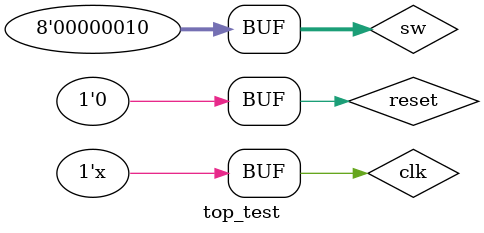
<source format=v>
`timescale 1ns / 1ps

module top_test;

	// Inputs
	reg clk;
	reg reset;
	reg [7:0] sw;

	// Outputs
	wire [7:0] leds;

	// Instantiate the Unit Under Test (UUT)
	gppm_top uut (
		.clk(clk), 
		.reset(reset), 
		.sw(sw), 
		.leds(leds)
	);

	initial begin
		// Initialize Inputs
		clk = 0;
		reset = 0;
		sw = 0;

		// Wait 100 ns for global reset to finish
		#100;
        
		// Add stimulus here
		reset = 1;
		sw = 8'b00000010;
		
		#100
		reset = 0;
	end
	
	always
	begin
		#100
		clk = !clk;
	end
      
endmodule


</source>
